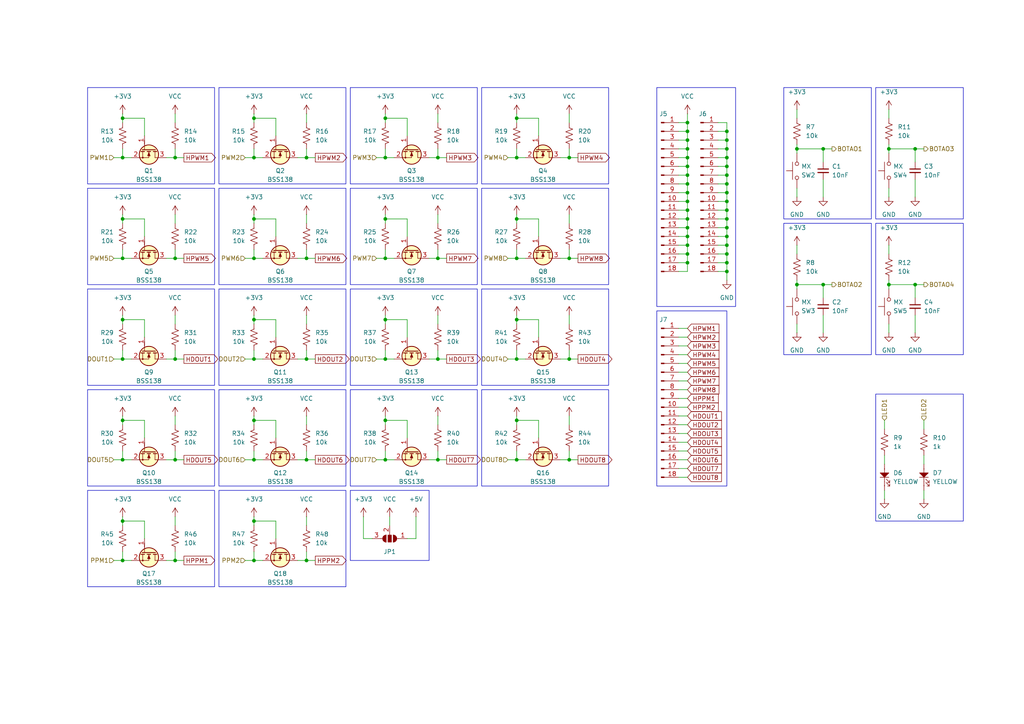
<source format=kicad_sch>
(kicad_sch (version 20231120) (generator "eeschema") (generator_version "8.0")
  (paper "A4")
  (title_block (title "Ideal Everything Controller Receiver - (v1.0)") (date "2024-04-07") (rev "R0"))
  (junction (at 111.76 92.71))
  (junction (at 73.66 92.71))
  (junction (at 199.39 71.12))
  (junction (at 111.76 45.72))
  (junction (at 50.8 104.14))
  (junction (at 127 45.72))
  (junction (at 35.56 104.14))
  (junction (at 199.39 60.96))
  (junction (at 238.76 82.55))
  (junction (at 165.1 133.35))
  (junction (at 199.39 73.66))
  (junction (at 199.39 40.64))
  (junction (at 210.82 58.42))
  (junction (at 149.86 45.72))
  (junction (at 111.76 104.14))
  (junction (at 210.82 40.64))
  (junction (at 35.56 74.93))
  (junction (at 35.56 162.56))
  (junction (at 199.39 66.04))
  (junction (at 73.66 63.5))
  (junction (at 165.1 104.14))
  (junction (at 238.76 43.18))
  (junction (at 210.82 45.72))
  (junction (at 127 104.14))
  (junction (at 231.14 82.55))
  (junction (at 199.39 43.18))
  (junction (at 111.76 34.29))
  (junction (at 73.66 151.13))
  (junction (at 210.82 43.18))
  (junction (at 210.82 53.34))
  (junction (at 199.39 50.8))
  (junction (at 73.66 133.35))
  (junction (at 35.56 63.5))
  (junction (at 199.39 55.88))
  (junction (at 35.56 45.72))
  (junction (at 257.81 82.55))
  (junction (at 210.82 48.26))
  (junction (at 149.86 34.29))
  (junction (at 88.9 162.56))
  (junction (at 231.14 43.18))
  (junction (at 88.9 133.35))
  (junction (at 165.1 74.93))
  (junction (at 88.9 45.72))
  (junction (at 210.82 55.88))
  (junction (at 88.9 104.14))
  (junction (at 35.56 121.92))
  (junction (at 73.66 34.29))
  (junction (at 149.86 74.93))
  (junction (at 50.8 74.93))
  (junction (at 210.82 73.66))
  (junction (at 127 133.35))
  (junction (at 265.43 43.18))
  (junction (at 35.56 133.35))
  (junction (at 149.86 63.5))
  (junction (at 199.39 76.2))
  (junction (at 257.81 43.18))
  (junction (at 111.76 74.93))
  (junction (at 88.9 74.93))
  (junction (at 199.39 58.42))
  (junction (at 210.82 50.8))
  (junction (at 73.66 162.56))
  (junction (at 210.82 78.74))
  (junction (at 199.39 48.26))
  (junction (at 210.82 38.1))
  (junction (at 50.8 133.35))
  (junction (at 35.56 151.13))
  (junction (at 50.8 45.72))
  (junction (at 210.82 71.12))
  (junction (at 210.82 63.5))
  (junction (at 165.1 45.72))
  (junction (at 73.66 104.14))
  (junction (at 111.76 133.35))
  (junction (at 111.76 63.5))
  (junction (at 127 74.93))
  (junction (at 199.39 45.72))
  (junction (at 199.39 38.1))
  (junction (at 199.39 35.56))
  (junction (at 35.56 34.29))
  (junction (at 199.39 53.34))
  (junction (at 73.66 121.92))
  (junction (at 265.43 82.55))
  (junction (at 50.8 162.56))
  (junction (at 149.86 92.71))
  (junction (at 210.82 68.58))
  (junction (at 149.86 104.14))
  (junction (at 73.66 74.93))
  (junction (at 210.82 60.96))
  (junction (at 210.82 76.2))
  (junction (at 149.86 121.92))
  (junction (at 210.82 66.04))
  (junction (at 199.39 63.5))
  (junction (at 149.86 133.35))
  (junction (at 73.66 45.72))
  (junction (at 199.39 68.58))
  (junction (at 111.76 121.92))
  (junction (at 35.56 92.71))
  (wire (pts (xy 265.43 43.18) (xy 265.43 46.99)))
  (wire (pts (xy 231.14 93.98) (xy 231.14 96.52)))
  (wire (pts (xy 41.91 63.5) (xy 35.56 63.5)))
  (wire (pts (xy 199.39 63.5) (xy 199.39 66.04)))
  (wire (pts (xy 111.76 121.92) (xy 111.76 123.19)))
  (wire (pts (xy 35.56 45.72) (xy 38.1 45.72)))
  (wire (pts (xy 127 133.35) (xy 127 130.81)))
  (wire (pts (xy 118.11 121.92) (xy 111.76 121.92)))
  (wire (pts (xy 165.1 74.93) (xy 167.64 74.93)))
  (wire (pts (xy 41.91 151.13) (xy 35.56 151.13)))
  (wire (pts (xy 149.86 34.29) (xy 149.86 35.56)))
  (wire (pts (xy 86.36 74.93) (xy 88.9 74.93)))
  (wire (pts (xy 35.56 130.81) (xy 35.56 133.35)))
  (wire (pts (xy 265.43 82.55) (xy 267.97 82.55)))
  (wire (pts (xy 256.54 142.24) (xy 256.54 144.78)))
  (wire (pts (xy 210.82 40.64) (xy 210.82 38.1)))
  (wire (pts (xy 231.14 71.12) (xy 231.14 73.66)))
  (wire (pts (xy 196.85 133.35) (xy 199.39 133.35)))
  (wire (pts (xy 210.82 53.34) (xy 210.82 50.8)))
  (wire (pts (xy 199.39 68.58) (xy 199.39 71.12)))
  (wire (pts (xy 165.1 62.23) (xy 165.1 64.77)))
  (wire (pts (xy 267.97 121.92) (xy 267.97 124.46)))
  (wire (pts (xy 165.1 45.72) (xy 167.64 45.72)))
  (wire (pts (xy 35.56 151.13) (xy 35.56 152.4)))
  (wire (pts (xy 109.22 45.72) (xy 111.76 45.72)))
  (wire (pts (xy 88.9 104.14) (xy 91.44 104.14)))
  (wire (pts (xy 88.9 62.23) (xy 88.9 64.77)))
  (wire (pts (xy 111.76 43.18) (xy 111.76 45.72)))
  (wire (pts (xy 149.86 63.5) (xy 149.86 64.77)))
  (wire (pts (xy 35.56 43.18) (xy 35.56 45.72)))
  (wire (pts (xy 208.28 60.96) (xy 210.82 60.96)))
  (wire (pts (xy 118.11 63.5) (xy 111.76 63.5)))
  (wire (pts (xy 210.82 66.04) (xy 210.82 68.58)))
  (wire (pts (xy 111.76 62.23) (xy 111.76 63.5)))
  (wire (pts (xy 127 45.72) (xy 127 43.18)))
  (wire (pts (xy 208.28 38.1) (xy 210.82 38.1)))
  (wire (pts (xy 35.56 91.44) (xy 35.56 92.71)))
  (wire (pts (xy 156.21 34.29) (xy 149.86 34.29)))
  (wire (pts (xy 118.11 39.37) (xy 118.11 34.29)))
  (wire (pts (xy 165.1 104.14) (xy 165.1 101.6)))
  (wire (pts (xy 73.66 45.72) (xy 76.2 45.72)))
  (wire (pts (xy 156.21 127) (xy 156.21 121.92)))
  (wire (pts (xy 238.76 82.55) (xy 238.76 86.36)))
  (wire (pts (xy 41.91 127) (xy 41.91 121.92)))
  (wire (pts (xy 88.9 133.35) (xy 88.9 130.81)))
  (wire (pts (xy 162.56 45.72) (xy 165.1 45.72)))
  (wire (pts (xy 50.8 133.35) (xy 50.8 130.81)))
  (wire (pts (xy 196.85 40.64) (xy 199.39 40.64)))
  (wire (pts (xy 238.76 91.44) (xy 238.76 96.52)))
  (wire (pts (xy 257.81 93.98) (xy 257.81 96.52)))
  (wire (pts (xy 50.8 133.35) (xy 53.34 133.35)))
  (wire (pts (xy 208.28 78.74) (xy 210.82 78.74)))
  (wire (pts (xy 257.81 54.61) (xy 257.81 57.15)))
  (wire (pts (xy 127 62.23) (xy 127 64.77)))
  (wire (pts (xy 210.82 38.1) (xy 210.82 35.56)))
  (wire (pts (xy 196.85 43.18) (xy 199.39 43.18)))
  (wire (pts (xy 33.02 104.14) (xy 35.56 104.14)))
  (wire (pts (xy 165.1 74.93) (xy 165.1 72.39)))
  (wire (pts (xy 88.9 104.14) (xy 88.9 101.6)))
  (wire (pts (xy 199.39 60.96) (xy 199.39 63.5)))
  (wire (pts (xy 50.8 149.86) (xy 50.8 152.4)))
  (wire (pts (xy 80.01 156.21) (xy 80.01 151.13)))
  (wire (pts (xy 35.56 101.6) (xy 35.56 104.14)))
  (wire (pts (xy 50.8 33.02) (xy 50.8 35.56)))
  (wire (pts (xy 257.81 82.55) (xy 265.43 82.55)))
  (wire (pts (xy 35.56 162.56) (xy 38.1 162.56)))
  (wire (pts (xy 196.85 50.8) (xy 199.39 50.8)))
  (wire (pts (xy 208.28 43.18) (xy 210.82 43.18)))
  (wire (pts (xy 149.86 101.6) (xy 149.86 104.14)))
  (wire (pts (xy 80.01 127) (xy 80.01 121.92)))
  (wire (pts (xy 210.82 45.72) (xy 210.82 43.18)))
  (wire (pts (xy 231.14 82.55) (xy 231.14 83.82)))
  (wire (pts (xy 127 74.93) (xy 127 72.39)))
  (wire (pts (xy 35.56 149.86) (xy 35.56 151.13)))
  (wire (pts (xy 111.76 120.65) (xy 111.76 121.92)))
  (wire (pts (xy 156.21 39.37) (xy 156.21 34.29)))
  (wire (pts (xy 165.1 104.14) (xy 167.64 104.14)))
  (wire (pts (xy 231.14 31.75) (xy 231.14 34.29)))
  (wire (pts (xy 199.39 55.88) (xy 199.39 58.42)))
  (wire (pts (xy 80.01 63.5) (xy 73.66 63.5)))
  (wire (pts (xy 88.9 133.35) (xy 91.44 133.35)))
  (wire (pts (xy 118.11 97.79) (xy 118.11 92.71)))
  (wire (pts (xy 210.82 35.56) (xy 208.28 35.56)))
  (wire (pts (xy 210.82 55.88) (xy 210.82 53.34)))
  (wire (pts (xy 257.81 31.75) (xy 257.81 34.29)))
  (wire (pts (xy 149.86 33.02) (xy 149.86 34.29)))
  (wire (pts (xy 73.66 33.02) (xy 73.66 34.29)))
  (wire (pts (xy 149.86 104.14) (xy 152.4 104.14)))
  (wire (pts (xy 124.46 133.35) (xy 127 133.35)))
  (wire (pts (xy 149.86 43.18) (xy 149.86 45.72)))
  (wire (pts (xy 50.8 120.65) (xy 50.8 123.19)))
  (wire (pts (xy 73.66 120.65) (xy 73.66 121.92)))
  (wire (pts (xy 162.56 74.93) (xy 165.1 74.93)))
  (wire (pts (xy 149.86 91.44) (xy 149.86 92.71)))
  (wire (pts (xy 113.03 149.86) (xy 113.03 152.4)))
  (wire (pts (xy 73.66 62.23) (xy 73.66 63.5)))
  (wire (pts (xy 257.81 43.18) (xy 265.43 43.18)))
  (wire (pts (xy 149.86 62.23) (xy 149.86 63.5)))
  (wire (pts (xy 41.91 39.37) (xy 41.91 34.29)))
  (wire (pts (xy 111.76 91.44) (xy 111.76 92.71)))
  (wire (pts (xy 147.32 133.35) (xy 149.86 133.35)))
  (wire (pts (xy 41.91 156.21) (xy 41.91 151.13)))
  (wire (pts (xy 196.85 48.26) (xy 199.39 48.26)))
  (wire (pts (xy 73.66 133.35) (xy 76.2 133.35)))
  (wire (pts (xy 88.9 149.86) (xy 88.9 152.4)))
  (wire (pts (xy 111.76 130.81) (xy 111.76 133.35)))
  (wire (pts (xy 109.22 133.35) (xy 111.76 133.35)))
  (wire (pts (xy 48.26 45.72) (xy 50.8 45.72)))
  (wire (pts (xy 199.39 53.34) (xy 199.39 55.88)))
  (wire (pts (xy 199.39 78.74) (xy 196.85 78.74)))
  (wire (pts (xy 118.11 127) (xy 118.11 121.92)))
  (wire (pts (xy 162.56 133.35) (xy 165.1 133.35)))
  (wire (pts (xy 71.12 162.56) (xy 73.66 162.56)))
  (wire (pts (xy 73.66 149.86) (xy 73.66 151.13)))
  (wire (pts (xy 208.28 68.58) (xy 210.82 68.58)))
  (wire (pts (xy 196.85 71.12) (xy 199.39 71.12)))
  (wire (pts (xy 199.39 35.56) (xy 199.39 38.1)))
  (wire (pts (xy 50.8 45.72) (xy 50.8 43.18)))
  (wire (pts (xy 50.8 162.56) (xy 50.8 160.02)))
  (wire (pts (xy 35.56 121.92) (xy 35.56 123.19)))
  (wire (pts (xy 33.02 162.56) (xy 35.56 162.56)))
  (wire (pts (xy 50.8 45.72) (xy 53.34 45.72)))
  (wire (pts (xy 208.28 63.5) (xy 210.82 63.5)))
  (wire (pts (xy 86.36 104.14) (xy 88.9 104.14)))
  (wire (pts (xy 196.85 102.87) (xy 199.39 102.87)))
  (wire (pts (xy 41.91 121.92) (xy 35.56 121.92)))
  (wire (pts (xy 48.26 133.35) (xy 50.8 133.35)))
  (wire (pts (xy 265.43 43.18) (xy 267.97 43.18)))
  (wire (pts (xy 199.39 38.1) (xy 199.39 40.64)))
  (wire (pts (xy 165.1 120.65) (xy 165.1 123.19)))
  (wire (pts (xy 267.97 132.08) (xy 267.97 134.62)))
  (wire (pts (xy 267.97 142.24) (xy 267.97 144.78)))
  (wire (pts (xy 196.85 53.34) (xy 199.39 53.34)))
  (wire (pts (xy 86.36 133.35) (xy 88.9 133.35)))
  (wire (pts (xy 165.1 33.02) (xy 165.1 35.56)))
  (wire (pts (xy 199.39 48.26) (xy 199.39 50.8)))
  (wire (pts (xy 127 120.65) (xy 127 123.19)))
  (wire (pts (xy 238.76 43.18) (xy 241.3 43.18)))
  (wire (pts (xy 88.9 74.93) (xy 88.9 72.39)))
  (wire (pts (xy 196.85 110.49) (xy 199.39 110.49)))
  (wire (pts (xy 35.56 160.02) (xy 35.56 162.56)))
  (wire (pts (xy 196.85 95.25) (xy 199.39 95.25)))
  (wire (pts (xy 265.43 82.55) (xy 265.43 86.36)))
  (wire (pts (xy 265.43 91.44) (xy 265.43 96.52)))
  (wire (pts (xy 210.82 78.74) (xy 210.82 81.28)))
  (wire (pts (xy 124.46 45.72) (xy 127 45.72)))
  (wire (pts (xy 196.85 66.04) (xy 199.39 66.04)))
  (wire (pts (xy 50.8 74.93) (xy 53.34 74.93)))
  (wire (pts (xy 111.76 34.29) (xy 111.76 35.56)))
  (wire (pts (xy 257.81 81.28) (xy 257.81 82.55)))
  (wire (pts (xy 111.76 133.35) (xy 114.3 133.35)))
  (wire (pts (xy 238.76 43.18) (xy 238.76 46.99)))
  (wire (pts (xy 162.56 104.14) (xy 165.1 104.14)))
  (wire (pts (xy 33.02 45.72) (xy 35.56 45.72)))
  (wire (pts (xy 111.76 74.93) (xy 114.3 74.93)))
  (wire (pts (xy 73.66 74.93) (xy 76.2 74.93)))
  (wire (pts (xy 127 133.35) (xy 129.54 133.35)))
  (wire (pts (xy 196.85 107.95) (xy 199.39 107.95)))
  (wire (pts (xy 210.82 58.42) (xy 210.82 60.96)))
  (wire (pts (xy 231.14 81.28) (xy 231.14 82.55)))
  (wire (pts (xy 35.56 104.14) (xy 38.1 104.14)))
  (wire (pts (xy 196.85 55.88) (xy 199.39 55.88)))
  (wire (pts (xy 210.82 63.5) (xy 210.82 66.04)))
  (wire (pts (xy 156.21 121.92) (xy 149.86 121.92)))
  (wire (pts (xy 147.32 104.14) (xy 149.86 104.14)))
  (wire (pts (xy 149.86 92.71) (xy 149.86 93.98)))
  (wire (pts (xy 71.12 133.35) (xy 73.66 133.35)))
  (wire (pts (xy 231.14 41.91) (xy 231.14 43.18)))
  (wire (pts (xy 199.39 40.64) (xy 199.39 43.18)))
  (wire (pts (xy 111.76 101.6) (xy 111.76 104.14)))
  (wire (pts (xy 196.85 120.65) (xy 199.39 120.65)))
  (wire (pts (xy 210.82 76.2) (xy 210.82 78.74)))
  (wire (pts (xy 196.85 125.73) (xy 199.39 125.73)))
  (wire (pts (xy 73.66 92.71) (xy 73.66 93.98)))
  (wire (pts (xy 80.01 92.71) (xy 73.66 92.71)))
  (wire (pts (xy 210.82 73.66) (xy 210.82 76.2)))
  (wire (pts (xy 73.66 34.29) (xy 73.66 35.56)))
  (wire (pts (xy 111.76 92.71) (xy 111.76 93.98)))
  (wire (pts (xy 199.39 33.02) (xy 199.39 35.56)))
  (wire (pts (xy 80.01 34.29) (xy 73.66 34.29)))
  (wire (pts (xy 80.01 121.92) (xy 73.66 121.92)))
  (wire (pts (xy 257.81 43.18) (xy 257.81 44.45)))
  (wire (pts (xy 149.86 121.92) (xy 149.86 123.19)))
  (wire (pts (xy 80.01 39.37) (xy 80.01 34.29)))
  (wire (pts (xy 147.32 45.72) (xy 149.86 45.72)))
  (wire (pts (xy 50.8 104.14) (xy 53.34 104.14)))
  (wire (pts (xy 231.14 43.18) (xy 231.14 44.45)))
  (wire (pts (xy 196.85 128.27) (xy 199.39 128.27)))
  (wire (pts (xy 199.39 58.42) (xy 199.39 60.96)))
  (wire (pts (xy 127 91.44) (xy 127 93.98)))
  (wire (pts (xy 41.91 97.79) (xy 41.91 92.71)))
  (wire (pts (xy 73.66 91.44) (xy 73.66 92.71)))
  (wire (pts (xy 73.66 104.14) (xy 76.2 104.14)))
  (wire (pts (xy 88.9 74.93) (xy 91.44 74.93)))
  (wire (pts (xy 208.28 48.26) (xy 210.82 48.26)))
  (wire (pts (xy 73.66 63.5) (xy 73.66 64.77)))
  (wire (pts (xy 73.66 130.81) (xy 73.66 133.35)))
  (wire (pts (xy 257.81 82.55) (xy 257.81 83.82)))
  (wire (pts (xy 73.66 101.6) (xy 73.66 104.14)))
  (wire (pts (xy 35.56 62.23) (xy 35.56 63.5)))
  (wire (pts (xy 199.39 66.04) (xy 199.39 68.58)))
  (wire (pts (xy 257.81 41.91) (xy 257.81 43.18)))
  (wire (pts (xy 196.85 45.72) (xy 199.39 45.72)))
  (wire (pts (xy 88.9 120.65) (xy 88.9 123.19)))
  (wire (pts (xy 210.82 71.12) (xy 210.82 73.66)))
  (wire (pts (xy 35.56 74.93) (xy 38.1 74.93)))
  (wire (pts (xy 156.21 63.5) (xy 149.86 63.5)))
  (wire (pts (xy 35.56 133.35) (xy 38.1 133.35)))
  (wire (pts (xy 208.28 45.72) (xy 210.82 45.72)))
  (wire (pts (xy 208.28 71.12) (xy 210.82 71.12)))
  (wire (pts (xy 156.21 92.71) (xy 149.86 92.71)))
  (wire (pts (xy 50.8 104.14) (xy 50.8 101.6)))
  (wire (pts (xy 35.56 72.39) (xy 35.56 74.93)))
  (wire (pts (xy 88.9 91.44) (xy 88.9 93.98)))
  (wire (pts (xy 196.85 97.79) (xy 199.39 97.79)))
  (wire (pts (xy 196.85 38.1) (xy 199.39 38.1)))
  (wire (pts (xy 86.36 162.56) (xy 88.9 162.56)))
  (wire (pts (xy 196.85 115.57) (xy 199.39 115.57)))
  (wire (pts (xy 208.28 76.2) (xy 210.82 76.2)))
  (wire (pts (xy 149.86 72.39) (xy 149.86 74.93)))
  (wire (pts (xy 88.9 162.56) (xy 91.44 162.56)))
  (wire (pts (xy 127 45.72) (xy 129.54 45.72)))
  (wire (pts (xy 149.86 45.72) (xy 152.4 45.72)))
  (wire (pts (xy 48.26 74.93) (xy 50.8 74.93)))
  (wire (pts (xy 73.66 43.18) (xy 73.66 45.72)))
  (wire (pts (xy 50.8 162.56) (xy 53.34 162.56)))
  (wire (pts (xy 156.21 68.58) (xy 156.21 63.5)))
  (wire (pts (xy 118.11 156.21) (xy 120.65 156.21)))
  (wire (pts (xy 196.85 123.19) (xy 199.39 123.19)))
  (wire (pts (xy 196.85 73.66) (xy 199.39 73.66)))
  (wire (pts (xy 73.66 72.39) (xy 73.66 74.93)))
  (wire (pts (xy 196.85 130.81) (xy 199.39 130.81)))
  (wire (pts (xy 196.85 135.89) (xy 199.39 135.89)))
  (wire (pts (xy 48.26 104.14) (xy 50.8 104.14)))
  (wire (pts (xy 231.14 43.18) (xy 238.76 43.18)))
  (wire (pts (xy 199.39 73.66) (xy 199.39 76.2)))
  (wire (pts (xy 35.56 34.29) (xy 35.56 35.56)))
  (wire (pts (xy 120.65 156.21) (xy 120.65 149.86)))
  (wire (pts (xy 71.12 74.93) (xy 73.66 74.93)))
  (wire (pts (xy 196.85 63.5) (xy 199.39 63.5)))
  (wire (pts (xy 73.66 160.02) (xy 73.66 162.56)))
  (wire (pts (xy 210.82 68.58) (xy 210.82 71.12)))
  (wire (pts (xy 88.9 162.56) (xy 88.9 160.02)))
  (wire (pts (xy 196.85 35.56) (xy 199.39 35.56)))
  (wire (pts (xy 33.02 133.35) (xy 35.56 133.35)))
  (wire (pts (xy 35.56 63.5) (xy 35.56 64.77)))
  (wire (pts (xy 105.41 149.86) (xy 105.41 156.21)))
  (wire (pts (xy 109.22 104.14) (xy 111.76 104.14)))
  (wire (pts (xy 41.91 92.71) (xy 35.56 92.71)))
  (wire (pts (xy 118.11 92.71) (xy 111.76 92.71)))
  (wire (pts (xy 196.85 58.42) (xy 199.39 58.42)))
  (wire (pts (xy 208.28 53.34) (xy 210.82 53.34)))
  (wire (pts (xy 41.91 34.29) (xy 35.56 34.29)))
  (wire (pts (xy 127 104.14) (xy 129.54 104.14)))
  (wire (pts (xy 196.85 68.58) (xy 199.39 68.58)))
  (wire (pts (xy 208.28 55.88) (xy 210.82 55.88)))
  (wire (pts (xy 80.01 151.13) (xy 73.66 151.13)))
  (wire (pts (xy 238.76 52.07) (xy 238.76 57.15)))
  (wire (pts (xy 73.66 162.56) (xy 76.2 162.56)))
  (wire (pts (xy 50.8 74.93) (xy 50.8 72.39)))
  (wire (pts (xy 196.85 113.03) (xy 199.39 113.03)))
  (wire (pts (xy 50.8 91.44) (xy 50.8 93.98)))
  (wire (pts (xy 127 33.02) (xy 127 35.56)))
  (wire (pts (xy 86.36 45.72) (xy 88.9 45.72)))
  (wire (pts (xy 80.01 68.58) (xy 80.01 63.5)))
  (wire (pts (xy 147.32 74.93) (xy 149.86 74.93)))
  (wire (pts (xy 127 104.14) (xy 127 101.6)))
  (wire (pts (xy 88.9 33.02) (xy 88.9 35.56)))
  (wire (pts (xy 165.1 133.35) (xy 167.64 133.35)))
  (wire (pts (xy 210.82 50.8) (xy 210.82 48.26)))
  (wire (pts (xy 50.8 62.23) (xy 50.8 64.77)))
  (wire (pts (xy 199.39 43.18) (xy 199.39 45.72)))
  (wire (pts (xy 149.86 120.65) (xy 149.86 121.92)))
  (wire (pts (xy 238.76 82.55) (xy 241.3 82.55)))
  (wire (pts (xy 71.12 104.14) (xy 73.66 104.14)))
  (wire (pts (xy 199.39 45.72) (xy 199.39 48.26)))
  (wire (pts (xy 231.14 82.55) (xy 238.76 82.55)))
  (wire (pts (xy 124.46 74.93) (xy 127 74.93)))
  (wire (pts (xy 196.85 105.41) (xy 199.39 105.41)))
  (wire (pts (xy 208.28 58.42) (xy 210.82 58.42)))
  (wire (pts (xy 208.28 66.04) (xy 210.82 66.04)))
  (wire (pts (xy 210.82 43.18) (xy 210.82 40.64)))
  (wire (pts (xy 73.66 151.13) (xy 73.66 152.4)))
  (wire (pts (xy 48.26 162.56) (xy 50.8 162.56)))
  (wire (pts (xy 35.56 33.02) (xy 35.56 34.29)))
  (wire (pts (xy 208.28 40.64) (xy 210.82 40.64)))
  (wire (pts (xy 149.86 74.93) (xy 152.4 74.93)))
  (wire (pts (xy 35.56 120.65) (xy 35.56 121.92)))
  (wire (pts (xy 118.11 68.58) (xy 118.11 63.5)))
  (wire (pts (xy 256.54 132.08) (xy 256.54 134.62)))
  (wire (pts (xy 210.82 58.42) (xy 210.82 55.88)))
  (wire (pts (xy 196.85 100.33) (xy 199.39 100.33)))
  (wire (pts (xy 196.85 118.11) (xy 199.39 118.11)))
  (wire (pts (xy 196.85 60.96) (xy 199.39 60.96)))
  (wire (pts (xy 33.02 74.93) (xy 35.56 74.93)))
  (wire (pts (xy 111.76 72.39) (xy 111.76 74.93)))
  (wire (pts (xy 165.1 133.35) (xy 165.1 130.81)))
  (wire (pts (xy 111.76 45.72) (xy 114.3 45.72)))
  (wire (pts (xy 41.91 68.58) (xy 41.91 63.5)))
  (wire (pts (xy 210.82 60.96) (xy 210.82 63.5)))
  (wire (pts (xy 80.01 97.79) (xy 80.01 92.71)))
  (wire (pts (xy 111.76 104.14) (xy 114.3 104.14)))
  (wire (pts (xy 265.43 52.07) (xy 265.43 57.15)))
  (wire (pts (xy 199.39 71.12) (xy 199.39 73.66)))
  (wire (pts (xy 88.9 45.72) (xy 88.9 43.18)))
  (wire (pts (xy 231.14 54.61) (xy 231.14 57.15)))
  (wire (pts (xy 71.12 45.72) (xy 73.66 45.72)))
  (wire (pts (xy 127 74.93) (xy 129.54 74.93)))
  (wire (pts (xy 105.41 156.21) (xy 107.95 156.21)))
  (wire (pts (xy 257.81 71.12) (xy 257.81 73.66)))
  (wire (pts (xy 196.85 76.2) (xy 199.39 76.2)))
  (wire (pts (xy 88.9 45.72) (xy 91.44 45.72)))
  (wire (pts (xy 149.86 130.81) (xy 149.86 133.35)))
  (wire (pts (xy 208.28 50.8) (xy 210.82 50.8)))
  (wire (pts (xy 208.28 73.66) (xy 210.82 73.66)))
  (wire (pts (xy 210.82 48.26) (xy 210.82 45.72)))
  (wire (pts (xy 256.54 121.92) (xy 256.54 124.46)))
  (wire (pts (xy 156.21 97.79) (xy 156.21 92.71)))
  (wire (pts (xy 35.56 92.71) (xy 35.56 93.98)))
  (wire (pts (xy 199.39 76.2) (xy 199.39 78.74)))
  (wire (pts (xy 149.86 133.35) (xy 152.4 133.35)))
  (wire (pts (xy 165.1 91.44) (xy 165.1 93.98)))
  (wire (pts (xy 165.1 45.72) (xy 165.1 43.18)))
  (wire (pts (xy 111.76 63.5) (xy 111.76 64.77)))
  (wire (pts (xy 199.39 50.8) (xy 199.39 53.34)))
  (wire (pts (xy 109.22 74.93) (xy 111.76 74.93)))
  (wire (pts (xy 196.85 138.43) (xy 199.39 138.43)))
  (wire (pts (xy 73.66 121.92) (xy 73.66 123.19)))
  (wire (pts (xy 124.46 104.14) (xy 127 104.14)))
  (wire (pts (xy 111.76 33.02) (xy 111.76 34.29)))
  (wire (pts (xy 118.11 34.29) (xy 111.76 34.29)))
  (rectangle (start 101.6 54.61) (end 138.43 82.55))
  (rectangle (start 227.33 64.77) (end 252.73 102.87))
  (rectangle (start 254 64.77) (end 279.4 102.87))
  (rectangle (start 63.5 83.82) (end 100.33 111.76))
  (rectangle (start 101.6 25.4) (end 138.43 53.34))
  (rectangle (start 139.7 54.61) (end 176.53 82.55))
  (rectangle (start 101.6 142.24) (end 124.46 162.56))
  (rectangle (start 101.6 83.82) (end 138.43 111.76))
  (rectangle (start 63.5 113.03) (end 100.33 140.97))
  (rectangle (start 139.7 113.03) (end 176.53 140.97))
  (rectangle (start 227.33 25.4) (end 252.73 63.5))
  (rectangle (start 139.7 25.4) (end 176.53 53.34))
  (rectangle (start 190.5 25.4) (end 213.36 88.9))
  (rectangle (start 254 25.4) (end 279.4 63.5))
  (rectangle (start 25.4 113.03) (end 62.23 140.97))
  (rectangle (start 254 114.3) (end 279.4 151.13))
  (rectangle (start 25.4 83.82) (end 62.23 111.76))
  (rectangle (start 63.5 25.4) (end 100.33 53.34))
  (rectangle (start 25.4 25.4) (end 62.23 53.34))
  (rectangle (start 139.7 83.82) (end 176.53 111.76))
  (rectangle (start 63.5 54.61) (end 100.33 82.55))
  (rectangle (start 190.5 90.17) (end 210.82 140.97))
  (rectangle (start 25.4 54.61) (end 62.23 82.55))
  (rectangle (start 101.6 113.03) (end 138.43 140.97))
  (rectangle (start 63.5 142.24) (end 100.33 170.18))
  (rectangle (start 25.4 142.24) (end 62.23 170.18))
  (global_label "HDOUT5" (shape input) (at 199.39 130.81 0) (property "Intersheetrefs" "${INTERSHEET_REFS}" (effects (hide yes))))
  (global_label "HDOUT3" (shape input) (at 199.39 125.73 0) (property "Intersheetrefs" "${INTERSHEET_REFS}" (effects (hide yes))))
  (global_label "HDOUT2" (shape input) (at 199.39 123.19 0) (property "Intersheetrefs" "${INTERSHEET_REFS}" (effects (hide yes))))
  (global_label "HDOUT4" (shape input) (at 199.39 128.27 0) (property "Intersheetrefs" "${INTERSHEET_REFS}" (effects (hide yes))))
  (global_label "HPWM1" (shape output) (at 53.34 45.72 0) (property "Intersheetrefs" "${INTERSHEET_REFS}" (effects (hide yes))))
  (global_label "HPWM6" (shape input) (at 199.39 107.95 0) (property "Intersheetrefs" "${INTERSHEET_REFS}" (effects (hide yes))))
  (global_label "HPWM5" (shape output) (at 53.34 74.93 0) (property "Intersheetrefs" "${INTERSHEET_REFS}" (effects (hide yes))))
  (global_label "HPWM2" (shape input) (at 199.39 97.79 0) (property "Intersheetrefs" "${INTERSHEET_REFS}" (effects (hide yes))))
  (global_label "HDOUT8" (shape input) (at 199.39 138.43 0) (property "Intersheetrefs" "${INTERSHEET_REFS}" (effects (hide yes))))
  (global_label "HDOUT7" (shape output) (at 129.54 133.35 0) (property "Intersheetrefs" "${INTERSHEET_REFS}" (effects (hide yes))))
  (global_label "HPPM1" (shape input) (at 199.39 115.57 0) (property "Intersheetrefs" "${INTERSHEET_REFS}" (effects (hide yes))))
  (global_label "HPWM3" (shape output) (at 129.54 45.72 0) (property "Intersheetrefs" "${INTERSHEET_REFS}" (effects (hide yes))))
  (global_label "HDOUT5" (shape output) (at 53.34 133.35 0) (property "Intersheetrefs" "${INTERSHEET_REFS}" (effects (hide yes))))
  (global_label "HPPM2" (shape input) (at 199.39 118.11 0) (property "Intersheetrefs" "${INTERSHEET_REFS}" (effects (hide yes))))
  (global_label "HDOUT1" (shape input) (at 199.39 120.65 0) (property "Intersheetrefs" "${INTERSHEET_REFS}" (effects (hide yes))))
  (global_label "HDOUT1" (shape output) (at 53.34 104.14 0) (property "Intersheetrefs" "${INTERSHEET_REFS}" (effects (hide yes))))
  (global_label "HDOUT3" (shape output) (at 129.54 104.14 0) (property "Intersheetrefs" "${INTERSHEET_REFS}" (effects (hide yes))))
  (global_label "HPWM7" (shape output) (at 129.54 74.93 0) (property "Intersheetrefs" "${INTERSHEET_REFS}" (effects (hide yes))))
  (global_label "HDOUT2" (shape output) (at 91.44 104.14 0) (property "Intersheetrefs" "${INTERSHEET_REFS}" (effects (hide yes))))
  (global_label "HDOUT8" (shape output) (at 167.64 133.35 0) (property "Intersheetrefs" "${INTERSHEET_REFS}" (effects (hide yes))))
  (global_label "HDOUT6" (shape output) (at 91.44 133.35 0) (property "Intersheetrefs" "${INTERSHEET_REFS}" (effects (hide yes))))
  (global_label "HDOUT4" (shape output) (at 167.64 104.14 0) (property "Intersheetrefs" "${INTERSHEET_REFS}" (effects (hide yes))))
  (global_label "HPWM6" (shape output) (at 91.44 74.93 0) (property "Intersheetrefs" "${INTERSHEET_REFS}" (effects (hide yes))))
  (global_label "HPWM7" (shape input) (at 199.39 110.49 0) (property "Intersheetrefs" "${INTERSHEET_REFS}" (effects (hide yes))))
  (global_label "HPWM1" (shape input) (at 199.39 95.25 0) (property "Intersheetrefs" "${INTERSHEET_REFS}" (effects (hide yes))))
  (global_label "HDOUT7" (shape input) (at 199.39 135.89 0) (property "Intersheetrefs" "${INTERSHEET_REFS}" (effects (hide yes))))
  (global_label "HPWM4" (shape output) (at 167.64 45.72 0) (property "Intersheetrefs" "${INTERSHEET_REFS}" (effects (hide yes))))
  (global_label "HPWM8" (shape input) (at 199.39 113.03 0) (property "Intersheetrefs" "${INTERSHEET_REFS}" (effects (hide yes))))
  (global_label "HPWM8" (shape output) (at 167.64 74.93 0) (property "Intersheetrefs" "${INTERSHEET_REFS}" (effects (hide yes))))
  (global_label "HDOUT6" (shape input) (at 199.39 133.35 0) (property "Intersheetrefs" "${INTERSHEET_REFS}" (effects (hide yes))))
  (global_label "HPWM3" (shape input) (at 199.39 100.33 0) (property "Intersheetrefs" "${INTERSHEET_REFS}" (effects (hide yes))))
  (global_label "HPPM1" (shape output) (at 53.34 162.56 0) (property "Intersheetrefs" "${INTERSHEET_REFS}" (effects (hide yes))))
  (global_label "HPPM2" (shape output) (at 91.44 162.56 0) (property "Intersheetrefs" "${INTERSHEET_REFS}" (effects (hide yes))))
  (global_label "HPWM5" (shape input) (at 199.39 105.41 0) (property "Intersheetrefs" "${INTERSHEET_REFS}" (effects (hide yes))))
  (global_label "HPWM4" (shape input) (at 199.39 102.87 0) (property "Intersheetrefs" "${INTERSHEET_REFS}" (effects (hide yes))))
  (global_label "HPWM2" (shape output) (at 91.44 45.72 0) (property "Intersheetrefs" "${INTERSHEET_REFS}" (effects (hide yes))))
  (hierarchical_label "DOUT1" (shape input) (at 33.02 104.14 180))
  (hierarchical_label "PWM7" (shape input) (at 109.22 74.93 180))
  (hierarchical_label "PWM8" (shape input) (at 147.32 74.93 180))
  (hierarchical_label "PWM6" (shape input) (at 71.12 74.93 180))
  (hierarchical_label "LED1" (shape input) (at 256.54 121.92 90))
  (hierarchical_label "DOUT8" (shape input) (at 147.32 133.35 180))
  (hierarchical_label "BOTAO3" (shape output) (at 267.97 43.18 0))
  (hierarchical_label "DOUT2" (shape input) (at 71.12 104.14 180))
  (hierarchical_label "DOUT6" (shape input) (at 71.12 133.35 180))
  (hierarchical_label "PWM3" (shape input) (at 109.22 45.72 180))
  (hierarchical_label "BOTAO4" (shape output) (at 267.97 82.55 0))
  (hierarchical_label "PWM5" (shape input) (at 33.02 74.93 180))
  (hierarchical_label "PWM1" (shape input) (at 33.02 45.72 180))
  (hierarchical_label "DOUT4" (shape input) (at 147.32 104.14 180))
  (hierarchical_label "BOTAO1" (shape output) (at 241.3 43.18 0))
  (hierarchical_label "PPM1" (shape input) (at 33.02 162.56 180))
  (hierarchical_label "PWM2" (shape input) (at 71.12 45.72 180))
  (hierarchical_label "DOUT3" (shape input) (at 109.22 104.14 180))
  (hierarchical_label "DOUT7" (shape input) (at 109.22 133.35 180))
  (hierarchical_label "DOUT5" (shape input) (at 33.02 133.35 180))
  (hierarchical_label "LED2" (shape input) (at 267.97 121.92 90))
  (hierarchical_label "BOTAO2" (shape output) (at 241.3 82.55 0))
  (hierarchical_label "PWM4" (shape input) (at 147.32 45.72 180))
  (hierarchical_label "PPM2" (shape input) (at 71.12 162.56 180))
  (symbol (lib_id "Device:R_US") (at 111.76 68.58 0) (mirror y) (unit 1)
    (property "Reference" "R25" (at 109.22 67.3099 0) (effects (justify left)))
    (property "Value" "10k" (at 109.22 69.8499 0) (effects (justify left)))
    (property "Footprint" "Resistor_SMD:R_0805_2012Metric" (effects (hide yes)))
    (property "Description" "Resistor, US symbol" (effects (hide yes)))
  )
  (symbol (lib_id "Device:R_US") (at 111.76 127 0) (mirror y) (unit 1)
    (property "Reference" "R38" (at 109.22 125.7299 0) (effects (justify left)))
    (property "Value" "10k" (at 109.22 128.2699 0) (effects (justify left)))
    (property "Footprint" "Resistor_SMD:R_0805_2012Metric" (effects (hide yes)))
    (property "Description" "Resistor, US symbol" (effects (hide yes)))
  )
  (symbol (lib_id "Device:R_US") (at 88.9 68.58 0) (unit 1)
    (property "Reference" "R24" (at 91.44 67.3099 0) (effects (justify left)))
    (property "Value" "10k" (at 91.44 69.8499 0) (effects (justify left)))
    (property "Footprint" "Resistor_SMD:R_0805_2012Metric" (effects (hide yes)))
    (property "Description" "Resistor, US symbol" (effects (hide yes)))
  )
  (symbol (lib_id "power:GND") (at 265.43 57.15 0) (unit 1)
    (property "Reference" "#PWR013" (effects (hide yes)))
    (property "Value" "GND" (at 265.43 62.23 0))
    (property "Description" "Power symbol creates a global label with name \"GND\" , ground" (effects (hide yes)))
  )
  (symbol (lib_id "Device:R_US") (at 165.1 97.79 0) (unit 1)
    (property "Reference" "R43" (at 167.64 96.5199 0) (effects (justify left)))
    (property "Value" "10k" (at 167.64 99.0599 0) (effects (justify left)))
    (property "Footprint" "Resistor_SMD:R_0805_2012Metric" (effects (hide yes)))
    (property "Description" "Resistor, US symbol" (effects (hide yes)))
  )
  (symbol (lib_id "power:+3V3") (at 111.76 33.02 0) (unit 1)
    (property "Reference" "#PWR064" (effects (hide yes)))
    (property "Value" "+3V3" (at 111.76 27.94 0))
    (property "Description" "Power symbol creates a global label with name \"+3V3\"" (effects (hide yes)))
  )
  (symbol (lib_id "power:GND") (at 238.76 57.15 0) (unit 1)
    (property "Reference" "#PWR05" (effects (hide yes)))
    (property "Value" "GND" (at 238.76 62.23 0))
    (property "Description" "Power symbol creates a global label with name \"GND\" , ground" (effects (hide yes)))
  )
  (symbol (lib_id "power:GND") (at 231.14 57.15 0) (unit 1)
    (property "Reference" "#PWR02" (effects (hide yes)))
    (property "Value" "GND" (at 231.14 62.23 0))
    (property "Description" "Power symbol creates a global label with name \"GND\" , ground" (effects (hide yes)))
  )
  (symbol (lib_id "PCM_Transistor_MOSFET_AKL:BSS138") (at 81.28 130.81 270) (unit 1)
    (property "Reference" "Q12" (at 81.28 137.16 90))
    (property "Value" "BSS138" (at 81.28 139.7 90))
    (property "Footprint" "Package_TO_SOT_SMD:SOT-23" (effects (hide yes)))
    (property "Datasheet" "https://www.tme.eu/Document/2b32cdd3c66afedbcd628e73d93ae817/BSS138-7-F.pdf" (effects (hide yes)))
    (property "Description" "SOT-23 N-MOSFET enchancement mode transistor, 50V, 200mA, 300mW, Alternate KiCAD Library" (effects (hide yes)))
  )
  (symbol (lib_id "Device:R_US") (at 35.56 97.79 0) (mirror y) (unit 1)
    (property "Reference" "R29" (at 33.02 96.5199 0) (effects (justify left)))
    (property "Value" "10k" (at 33.02 99.0599 0) (effects (justify left)))
    (property "Footprint" "Resistor_SMD:R_0805_2012Metric" (effects (hide yes)))
    (property "Description" "Resistor, US symbol" (effects (hide yes)))
  )
  (symbol (lib_id "Device:C_Small") (at 265.43 49.53 0) (unit 1)
    (property "Reference" "C3" (at 267.97 48.2662 0) (effects (justify left)))
    (property "Value" "10nF" (at 267.97 50.8062 0) (effects (justify left)))
    (property "Footprint" "Capacitor_SMD:C_0805_2012Metric" (effects (hide yes)))
    (property "Description" "Unpolarized capacitor, small symbol" (effects (hide yes)))
  )
  (symbol (lib_id "Device:R_US") (at 165.1 127 0) (unit 1)
    (property "Reference" "R44" (at 167.64 125.7299 0) (effects (justify left)))
    (property "Value" "10k" (at 167.64 128.2699 0) (effects (justify left)))
    (property "Footprint" "Resistor_SMD:R_0805_2012Metric" (effects (hide yes)))
    (property "Description" "Resistor, US symbol" (effects (hide yes)))
  )
  (symbol (lib_id "PCM_Transistor_MOSFET_AKL:BSS138") (at 43.18 130.81 270) (unit 1)
    (property "Reference" "Q10" (at 43.18 137.16 90))
    (property "Value" "BSS138" (at 43.18 139.7 90))
    (property "Footprint" "Package_TO_SOT_SMD:SOT-23" (effects (hide yes)))
    (property "Datasheet" "https://www.tme.eu/Document/2b32cdd3c66afedbcd628e73d93ae817/BSS138-7-F.pdf" (effects (hide yes)))
    (property "Description" "SOT-23 N-MOSFET enchancement mode transistor, 50V, 200mA, 300mW, Alternate KiCAD Library" (effects (hide yes)))
  )
  (symbol (lib_id "Device:R_US") (at 267.97 128.27 0) (unit 1)
    (property "Reference" "R10" (at 270.51 126.9999 0) (effects (justify left)))
    (property "Value" "1k" (at 270.51 129.5399 0) (effects (justify left)))
    (property "Footprint" "Resistor_SMD:R_0805_2012Metric" (effects (hide yes)))
    (property "Description" "Resistor, US symbol" (effects (hide yes)))
  )
  (symbol (lib_id "Device:R_US") (at 149.86 127 0) (mirror y) (unit 1)
    (property "Reference" "R42" (at 147.32 125.7299 0) (effects (justify left)))
    (property "Value" "10k" (at 147.32 128.2699 0) (effects (justify left)))
    (property "Footprint" "Resistor_SMD:R_0805_2012Metric" (effects (hide yes)))
    (property "Description" "Resistor, US symbol" (effects (hide yes)))
  )
  (symbol (lib_id "Device:R_US") (at 111.76 39.37 0) (mirror y) (unit 1)
    (property "Reference" "R17" (at 109.22 38.0999 0) (effects (justify left)))
    (property "Value" "10k" (at 109.22 40.6399 0) (effects (justify left)))
    (property "Footprint" "Resistor_SMD:R_0805_2012Metric" (effects (hide yes)))
    (property "Description" "Resistor, US symbol" (effects (hide yes)))
  )
  (symbol (lib_id "PCM_Transistor_MOSFET_AKL:BSS138") (at 157.48 130.81 270) (unit 1)
    (property "Reference" "Q16" (at 157.48 137.16 90))
    (property "Value" "BSS138" (at 157.48 139.7 90))
    (property "Footprint" "Package_TO_SOT_SMD:SOT-23" (effects (hide yes)))
    (property "Datasheet" "https://www.tme.eu/Document/2b32cdd3c66afedbcd628e73d93ae817/BSS138-7-F.pdf" (effects (hide yes)))
    (property "Description" "SOT-23 N-MOSFET enchancement mode transistor, 50V, 200mA, 300mW, Alternate KiCAD Library" (effects (hide yes)))
  )
  (symbol (lib_id "PCM_Transistor_MOSFET_AKL:BSS138") (at 157.48 43.18 270) (unit 1)
    (property "Reference" "Q4" (at 157.48 49.53 90))
    (property "Value" "BSS138" (at 157.48 52.07 90))
    (property "Footprint" "Package_TO_SOT_SMD:SOT-23" (effects (hide yes)))
    (property "Datasheet" "https://www.tme.eu/Document/2b32cdd3c66afedbcd628e73d93ae817/BSS138-7-F.pdf" (effects (hide yes)))
    (property "Description" "SOT-23 N-MOSFET enchancement mode transistor, 50V, 200mA, 300mW, Alternate KiCAD Library" (effects (hide yes)))
  )
  (symbol (lib_id "Switch:SW_Push") (at 231.14 49.53 90) (mirror x) (unit 1)
    (property "Reference" "SW2" (at 232.41 50.8001 90) (effects (justify right)))
    (property "Value" "MX" (at 232.41 48.2601 90) (effects (justify right)))
    (property "Footprint" "PCM_Switch_Keyboard_Cherry_MX:SW_Cherry_MX_PCB_1.00u" (effects (hide yes)))
    (property "Description" "Push button switch, generic, two pins" (effects (hide yes)))
  )
  (symbol (lib_id "PCM_Transistor_MOSFET_AKL:BSS138") (at 119.38 101.6 270) (unit 1)
    (property "Reference" "Q13" (at 119.38 107.95 90))
    (property "Value" "BSS138" (at 119.38 110.49 90))
    (property "Footprint" "Package_TO_SOT_SMD:SOT-23" (effects (hide yes)))
    (property "Datasheet" "https://www.tme.eu/Document/2b32cdd3c66afedbcd628e73d93ae817/BSS138-7-F.pdf" (effects (hide yes)))
    (property "Description" "SOT-23 N-MOSFET enchancement mode transistor, 50V, 200mA, 300mW, Alternate KiCAD Library" (effects (hide yes)))
  )
  (symbol (lib_id "Connector:Conn_01x18_Pin") (at 191.77 55.88 0) (unit 1)
    (property "Reference" "J5" (at 192.405 33.02 0))
    (property "Value" "Conn_01x18_Pin" (effects (hide yes)))
    (property "Footprint" "Connector_PinHeader_2.54mm:PinHeader_1x18_P2.54mm_Vertical" (effects (hide yes)))
    (property "Description" "Generic connector, single row, 01x18, script generated" (effects (hide yes)))
  )
  (symbol (lib_id "power:+3V3") (at 35.56 120.65 0) (unit 1)
    (property "Reference" "#PWR077" (effects (hide yes)))
    (property "Value" "+3V3" (at 35.56 115.57 0))
    (property "Description" "Power symbol creates a global label with name \"+3V3\"" (effects (hide yes)))
  )
  (symbol (lib_id "Device:R_US") (at 50.8 39.37 0) (unit 1)
    (property "Reference" "R14" (at 53.34 38.0999 0) (effects (justify left)))
    (property "Value" "10k" (at 53.34 40.6399 0) (effects (justify left)))
    (property "Footprint" "Resistor_SMD:R_0805_2012Metric" (effects (hide yes)))
    (property "Description" "Resistor, US symbol" (effects (hide yes)))
  )
  (symbol (lib_id "Device:R_US") (at 73.66 127 0) (mirror y) (unit 1)
    (property "Reference" "R34" (at 71.12 125.7299 0) (effects (justify left)))
    (property "Value" "10k" (at 71.12 128.2699 0) (effects (justify left)))
    (property "Footprint" "Resistor_SMD:R_0805_2012Metric" (effects (hide yes)))
    (property "Description" "Resistor, US symbol" (effects (hide yes)))
  )
  (symbol (lib_id "PCM_Transistor_MOSFET_AKL:BSS138") (at 81.28 72.39 270) (unit 1)
    (property "Reference" "Q6" (at 81.28 78.74 90))
    (property "Value" "BSS138" (at 81.28 81.28 90))
    (property "Footprint" "Package_TO_SOT_SMD:SOT-23" (effects (hide yes)))
    (property "Datasheet" "https://www.tme.eu/Document/2b32cdd3c66afedbcd628e73d93ae817/BSS138-7-F.pdf" (effects (hide yes)))
    (property "Description" "SOT-23 N-MOSFET enchancement mode transistor, 50V, 200mA, 300mW, Alternate KiCAD Library" (effects (hide yes)))
  )
  (symbol (lib_id "power:VCC") (at 127 33.02 0) (unit 1)
    (property "Reference" "#PWR065" (effects (hide yes)))
    (property "Value" "VCC" (at 127 27.94 0))
    (property "Description" "Power symbol creates a global label with name \"VCC\"" (effects (hide yes)))
  )
  (symbol (lib_id "Device:R_US") (at 127 97.79 0) (unit 1)
    (property "Reference" "R39" (at 129.54 96.5199 0) (effects (justify left)))
    (property "Value" "10k" (at 129.54 99.0599 0) (effects (justify left)))
    (property "Footprint" "Resistor_SMD:R_0805_2012Metric" (effects (hide yes)))
    (property "Description" "Resistor, US symbol" (effects (hide yes)))
  )
  (symbol (lib_id "power:GND") (at 231.14 96.52 0) (unit 1)
    (property "Reference" "#PWR04" (effects (hide yes)))
    (property "Value" "GND" (at 231.14 101.6 0))
    (property "Description" "Power symbol creates a global label with name \"GND\" , ground" (effects (hide yes)))
  )
  (symbol (lib_id "Device:R_US") (at 149.86 97.79 0) (mirror y) (unit 1)
    (property "Reference" "R41" (at 147.32 96.5199 0) (effects (justify left)))
    (property "Value" "10k" (at 147.32 99.0599 0) (effects (justify left)))
    (property "Footprint" "Resistor_SMD:R_0805_2012Metric" (effects (hide yes)))
    (property "Description" "Resistor, US symbol" (effects (hide yes)))
  )
  (symbol (lib_id "power:VCC") (at 50.8 33.02 0) (unit 1)
    (property "Reference" "#PWR060" (effects (hide yes)))
    (property "Value" "VCC" (at 50.8 27.94 0))
    (property "Description" "Power symbol creates a global label with name \"VCC\"" (effects (hide yes)))
  )
  (symbol (lib_id "PCM_Transistor_MOSFET_AKL:BSS138") (at 157.48 101.6 270) (unit 1)
    (property "Reference" "Q15" (at 157.48 107.95 90))
    (property "Value" "BSS138" (at 157.48 110.49 90))
    (property "Footprint" "Package_TO_SOT_SMD:SOT-23" (effects (hide yes)))
    (property "Datasheet" "https://www.tme.eu/Document/2b32cdd3c66afedbcd628e73d93ae817/BSS138-7-F.pdf" (effects (hide yes)))
    (property "Description" "SOT-23 N-MOSFET enchancement mode transistor, 50V, 200mA, 300mW, Alternate KiCAD Library" (effects (hide yes)))
  )
  (symbol (lib_id "power:+3V3") (at 231.14 31.75 0) (unit 1)
    (property "Reference" "#PWR01" (effects (hide yes)))
    (property "Value" "+3V3" (at 231.14 26.67 0))
    (property "Description" "Power symbol creates a global label with name \"+3V3\"" (effects (hide yes)))
  )
  (symbol (lib_id "Device:R_US") (at 165.1 68.58 0) (unit 1)
    (property "Reference" "R28" (at 167.64 67.3099 0) (effects (justify left)))
    (property "Value" "10k" (at 167.64 69.8499 0) (effects (justify left)))
    (property "Footprint" "Resistor_SMD:R_0805_2012Metric" (effects (hide yes)))
    (property "Description" "Resistor, US symbol" (effects (hide yes)))
  )
  (symbol (lib_id "power:GND") (at 265.43 96.52 0) (unit 1)
    (property "Reference" "#PWR014" (effects (hide yes)))
    (property "Value" "GND" (at 265.43 101.6 0))
    (property "Description" "Power symbol creates a global label with name \"GND\" , ground" (effects (hide yes)))
  )
  (symbol (lib_id "power:VCC") (at 165.1 62.23 0) (unit 1)
    (property "Reference" "#PWR075" (effects (hide yes)))
    (property "Value" "VCC" (at 165.1 57.15 0))
    (property "Description" "Power symbol creates a global label with name \"VCC\"" (effects (hide yes)))
  )
  (symbol (lib_id "Device:R_US") (at 73.66 39.37 0) (mirror y) (unit 1)
    (property "Reference" "R15" (at 71.12 38.0999 0) (effects (justify left)))
    (property "Value" "10k" (at 71.12 40.6399 0) (effects (justify left)))
    (property "Footprint" "Resistor_SMD:R_0805_2012Metric" (effects (hide yes)))
    (property "Description" "Resistor, US symbol" (effects (hide yes)))
  )
  (symbol (lib_id "power:VCC") (at 88.9 62.23 0) (unit 1)
    (property "Reference" "#PWR071" (effects (hide yes)))
    (property "Value" "VCC" (at 88.9 57.15 0))
    (property "Description" "Power symbol creates a global label with name \"VCC\"" (effects (hide yes)))
  )
  (symbol (lib_id "Device:R_US") (at 35.56 156.21 0) (mirror y) (unit 1)
    (property "Reference" "R45" (at 33.02 154.9399 0) (effects (justify left)))
    (property "Value" "10k" (at 33.02 157.4799 0) (effects (justify left)))
    (property "Footprint" "Resistor_SMD:R_0805_2012Metric" (effects (hide yes)))
    (property "Description" "Resistor, US symbol" (effects (hide yes)))
  )
  (symbol (lib_id "power:+3V3") (at 257.81 71.12 0) (unit 1)
    (property "Reference" "#PWR011" (effects (hide yes)))
    (property "Value" "+3V3" (at 257.81 66.04 0))
    (property "Description" "Power symbol creates a global label with name \"+3V3\"" (effects (hide yes)))
  )
  (symbol (lib_id "power:VCC") (at 165.1 91.44 0) (unit 1)
    (property "Reference" "#PWR090" (effects (hide yes)))
    (property "Value" "VCC" (at 165.1 86.36 0))
    (property "Description" "Power symbol creates a global label with name \"VCC\"" (effects (hide yes)))
  )
  (symbol (lib_id "Device:C_Small") (at 238.76 49.53 0) (unit 1)
    (property "Reference" "C1" (at 241.3 48.2662 0) (effects (justify left)))
    (property "Value" "10nF" (at 241.3 50.8062 0) (effects (justify left)))
    (property "Footprint" "Capacitor_SMD:C_0805_2012Metric" (effects (hide yes)))
    (property "Description" "Unpolarized capacitor, small symbol" (effects (hide yes)))
  )
  (symbol (lib_id "power:+3V3") (at 149.86 91.44 0) (unit 1)
    (property "Reference" "#PWR088" (effects (hide yes)))
    (property "Value" "+3V3" (at 149.86 86.36 0))
    (property "Description" "Power symbol creates a global label with name \"+3V3\"" (effects (hide yes)))
  )
  (symbol (lib_id "Device:C_Small") (at 238.76 88.9 0) (unit 1)
    (property "Reference" "C2" (at 241.3 87.6362 0) (effects (justify left)))
    (property "Value" "10nF" (at 241.3 90.1762 0) (effects (justify left)))
    (property "Footprint" "Capacitor_SMD:C_0805_2012Metric" (effects (hide yes)))
    (property "Description" "Unpolarized capacitor, small symbol" (effects (hide yes)))
  )
  (symbol (lib_id "power:VCC") (at 127 120.65 0) (unit 1)
    (property "Reference" "#PWR087" (effects (hide yes)))
    (property "Value" "VCC" (at 127 115.57 0))
    (property "Description" "Power symbol creates a global label with name \"VCC\"" (effects (hide yes)))
  )
  (symbol (lib_id "power:VCC") (at 88.9 91.44 0) (unit 1)
    (property "Reference" "#PWR082" (effects (hide yes)))
    (property "Value" "VCC" (at 88.9 86.36 0))
    (property "Description" "Power symbol creates a global label with name \"VCC\"" (effects (hide yes)))
  )
  (symbol (lib_id "power:VCC") (at 88.9 120.65 0) (unit 1)
    (property "Reference" "#PWR083" (effects (hide yes)))
    (property "Value" "VCC" (at 88.9 115.57 0))
    (property "Description" "Power symbol creates a global label with name \"VCC\"" (effects (hide yes)))
  )
  (symbol (lib_id "Device:R_US") (at 73.66 156.21 0) (mirror y) (unit 1)
    (property "Reference" "R47" (at 71.12 154.9399 0) (effects (justify left)))
    (property "Value" "10k" (at 71.12 157.4799 0) (effects (justify left)))
    (property "Footprint" "Resistor_SMD:R_0805_2012Metric" (effects (hide yes)))
    (property "Description" "Resistor, US symbol" (effects (hide yes)))
  )
  (symbol (lib_id "PCM_Transistor_MOSFET_AKL:BSS138") (at 81.28 43.18 270) (unit 1)
    (property "Reference" "Q2" (at 81.28 49.53 90))
    (property "Value" "BSS138" (at 81.28 52.07 90))
    (property "Footprint" "Package_TO_SOT_SMD:SOT-23" (effects (hide yes)))
    (property "Datasheet" "https://www.tme.eu/Document/2b32cdd3c66afedbcd628e73d93ae817/BSS138-7-F.pdf" (effects (hide yes)))
    (property "Description" "SOT-23 N-MOSFET enchancement mode transistor, 50V, 200mA, 300mW, Alternate KiCAD Library" (effects (hide yes)))
  )
  (symbol (lib_id "Device:R_US") (at 149.86 68.58 0) (mirror y) (unit 1)
    (property "Reference" "R27" (at 147.32 67.3099 0) (effects (justify left)))
    (property "Value" "10k" (at 147.32 69.8499 0) (effects (justify left)))
    (property "Footprint" "Resistor_SMD:R_0805_2012Metric" (effects (hide yes)))
    (property "Description" "Resistor, US symbol" (effects (hide yes)))
  )
  (symbol (lib_id "power:VCC") (at 199.39 33.02 0) (unit 1)
    (property "Reference" "#PWR096" (effects (hide yes)))
    (property "Value" "VCC" (at 199.39 27.94 0))
    (property "Description" "Power symbol creates a global label with name \"VCC\"" (effects (hide yes)))
  )
  (symbol (lib_id "power:+3V3") (at 149.86 33.02 0) (unit 1)
    (property "Reference" "#PWR066" (effects (hide yes)))
    (property "Value" "+3V3" (at 149.86 27.94 0))
    (property "Description" "Power symbol creates a global label with name \"+3V3\"" (effects (hide yes)))
  )
  (symbol (lib_id "Device:C_Small") (at 265.43 88.9 0) (unit 1)
    (property "Reference" "C4" (at 267.97 87.6362 0) (effects (justify left)))
    (property "Value" "10nF" (at 267.97 90.1762 0) (effects (justify left)))
    (property "Footprint" "Capacitor_SMD:C_0805_2012Metric" (effects (hide yes)))
    (property "Description" "Unpolarized capacitor, small symbol" (effects (hide yes)))
  )
  (symbol (lib_id "Device:R_US") (at 231.14 77.47 0) (unit 1)
    (property "Reference" "R8" (at 233.68 76.1999 0) (effects (justify left)))
    (property "Value" "10k" (at 233.68 78.7399 0) (effects (justify left)))
    (property "Footprint" "Resistor_SMD:R_0805_2012Metric" (effects (hide yes)))
    (property "Description" "Resistor, US symbol" (effects (hide yes)))
  )
  (symbol (lib_id "Device:R_US") (at 231.14 38.1 0) (unit 1)
    (property "Reference" "R7" (at 233.68 36.8299 0) (effects (justify left)))
    (property "Value" "10k" (at 233.68 39.3699 0) (effects (justify left)))
    (property "Footprint" "Resistor_SMD:R_0805_2012Metric" (effects (hide yes)))
    (property "Description" "Resistor, US symbol" (effects (hide yes)))
  )
  (symbol (lib_id "power:VCC") (at 127 62.23 0) (unit 1)
    (property "Reference" "#PWR073" (effects (hide yes)))
    (property "Value" "VCC" (at 127 57.15 0))
    (property "Description" "Power symbol creates a global label with name \"VCC\"" (effects (hide yes)))
  )
  (symbol (lib_id "PCM_SL_Devices:LED") (at 267.97 138.43 270) (unit 1)
    (property "Reference" "D7" (at 270.51 137.1599 90) (effects (justify left)))
    (property "Value" "YELLOW" (at 270.51 139.6999 90) (effects (justify left)))
    (property "Footprint" "LED_SMD:LED_0805_2012Metric" (effects (hide yes)))
    (property "Description" "Common 5mm diameter LED" (effects (hide yes)))
  )
  (symbol (lib_id "power:+3V3") (at 257.81 31.75 0) (unit 1)
    (property "Reference" "#PWR09" (effects (hide yes)))
    (property "Value" "+3V3" (at 257.81 26.67 0))
    (property "Description" "Power symbol creates a global label with name \"+3V3\"" (effects (hide yes)))
  )
  (symbol (lib_id "power:GND") (at 267.97 144.78 0) (unit 1)
    (property "Reference" "#PWR08" (effects (hide yes)))
    (property "Value" "GND" (at 267.97 149.86 0))
    (property "Description" "Power symbol creates a global label with name \"GND\" , ground" (effects (hide yes)))
  )
  (symbol (lib_id "Device:R_US") (at 88.9 39.37 0) (unit 1)
    (property "Reference" "R16" (at 91.44 38.0999 0) (effects (justify left)))
    (property "Value" "10k" (at 91.44 40.6399 0) (effects (justify left)))
    (property "Footprint" "Resistor_SMD:R_0805_2012Metric" (effects (hide yes)))
    (property "Description" "Resistor, US symbol" (effects (hide yes)))
  )
  (symbol (lib_id "power:+3V3") (at 35.56 62.23 0) (unit 1)
    (property "Reference" "#PWR068" (effects (hide yes)))
    (property "Value" "+3V3" (at 35.56 57.15 0))
    (property "Description" "Power symbol creates a global label with name \"+3V3\"" (effects (hide yes)))
  )
  (symbol (lib_id "power:+3V3") (at 105.41 149.86 0) (unit 1)
    (property "Reference" "#PWR099" (effects (hide yes)))
    (property "Value" "+3V3" (at 105.41 144.78 0))
    (property "Description" "Power symbol creates a global label with name \"+3V3\"" (effects (hide yes)))
  )
  (symbol (lib_id "PCM_Transistor_MOSFET_AKL:BSS138") (at 119.38 43.18 270) (unit 1)
    (property "Reference" "Q3" (at 119.38 49.53 90))
    (property "Value" "BSS138" (at 119.38 52.07 90))
    (property "Footprint" "Package_TO_SOT_SMD:SOT-23" (effects (hide yes)))
    (property "Datasheet" "https://www.tme.eu/Document/2b32cdd3c66afedbcd628e73d93ae817/BSS138-7-F.pdf" (effects (hide yes)))
    (property "Description" "SOT-23 N-MOSFET enchancement mode transistor, 50V, 200mA, 300mW, Alternate KiCAD Library" (effects (hide yes)))
  )
  (symbol (lib_id "power:+3V3") (at 73.66 33.02 0) (unit 1)
    (property "Reference" "#PWR062" (effects (hide yes)))
    (property "Value" "+3V3" (at 73.66 27.94 0))
    (property "Description" "Power symbol creates a global label with name \"+3V3\"" (effects (hide yes)))
  )
  (symbol (lib_id "Device:R_US") (at 256.54 128.27 0) (unit 1)
    (property "Reference" "R9" (at 259.08 126.9999 0) (effects (justify left)))
    (property "Value" "1k" (at 259.08 129.5399 0) (effects (justify left)))
    (property "Footprint" "Resistor_SMD:R_0805_2012Metric" (effects (hide yes)))
    (property "Description" "Resistor, US symbol" (effects (hide yes)))
  )
  (symbol (lib_id "Device:R_US") (at 127 127 0) (unit 1)
    (property "Reference" "R40" (at 129.54 125.7299 0) (effects (justify left)))
    (property "Value" "10k" (at 129.54 128.2699 0) (effects (justify left)))
    (property "Footprint" "Resistor_SMD:R_0805_2012Metric" (effects (hide yes)))
    (property "Description" "Resistor, US symbol" (effects (hide yes)))
  )
  (symbol (lib_id "power:+3V3") (at 73.66 62.23 0) (unit 1)
    (property "Reference" "#PWR070" (effects (hide yes)))
    (property "Value" "+3V3" (at 73.66 57.15 0))
    (property "Description" "Power symbol creates a global label with name \"+3V3\"" (effects (hide yes)))
  )
  (symbol (lib_id "power:+5V") (at 120.65 149.86 0) (unit 1)
    (property "Reference" "#PWR0100" (effects (hide yes)))
    (property "Value" "+5V" (at 120.65 144.78 0))
    (property "Description" "Power symbol creates a global label with name \"+5V\"" (effects (hide yes)))
  )
  (symbol (lib_id "power:+3V3") (at 111.76 120.65 0) (unit 1)
    (property "Reference" "#PWR085" (effects (hide yes)))
    (property "Value" "+3V3" (at 111.76 115.57 0))
    (property "Description" "Power symbol creates a global label with name \"+3V3\"" (effects (hide yes)))
  )
  (symbol (lib_id "Switch:SW_Push") (at 257.81 49.53 90) (mirror x) (unit 1)
    (property "Reference" "SW4" (at 259.08 50.8001 90) (effects (justify right)))
    (property "Value" "MX" (at 259.08 48.2601 90) (effects (justify right)))
    (property "Footprint" "PCM_Switch_Keyboard_Cherry_MX:SW_Cherry_MX_PCB_1.00u" (effects (hide yes)))
    (property "Description" "Push button switch, generic, two pins" (effects (hide yes)))
  )
  (symbol (lib_id "Jumper:SolderJumper_3_Open") (at 113.03 156.21 180) (unit 1) (exclude_from_sim yes) (in_bom no)
    (property "Reference" "JP1" (at 113.03 160.02 0))
    (property "Value" "SolderJumper_3_Open" (effects (hide yes)))
    (property "Footprint" "Jumper:SolderJumper-3_P1.3mm_Open_RoundedPad1.0x1.5mm" (effects (hide yes)))
    (property "Description" "Solder Jumper, 3-pole, open" (effects (hide yes)))
  )
  (symbol (lib_id "Device:R_US") (at 257.81 38.1 0) (unit 1)
    (property "Reference" "R11" (at 260.35 36.8299 0) (effects (justify left)))
    (property "Value" "10k" (at 260.35 39.3699 0) (effects (justify left)))
    (property "Footprint" "Resistor_SMD:R_0805_2012Metric" (effects (hide yes)))
    (property "Description" "Resistor, US symbol" (effects (hide yes)))
  )
  (symbol (lib_id "power:+3V3") (at 73.66 91.44 0) (unit 1)
    (property "Reference" "#PWR080" (effects (hide yes)))
    (property "Value" "+3V3" (at 73.66 86.36 0))
    (property "Description" "Power symbol creates a global label with name \"+3V3\"" (effects (hide yes)))
  )
  (symbol (lib_id "PCM_Transistor_MOSFET_AKL:BSS138") (at 43.18 72.39 270) (unit 1)
    (property "Reference" "Q5" (at 43.18 78.74 90))
    (property "Value" "BSS138" (at 43.18 81.28 90))
    (property "Footprint" "Package_TO_SOT_SMD:SOT-23" (effects (hide yes)))
    (property "Datasheet" "https://www.tme.eu/Document/2b32cdd3c66afedbcd628e73d93ae817/BSS138-7-F.pdf" (effects (hide yes)))
    (property "Description" "SOT-23 N-MOSFET enchancement mode transistor, 50V, 200mA, 300mW, Alternate KiCAD Library" (effects (hide yes)))
  )
  (symbol (lib_id "power:+3V3") (at 111.76 91.44 0) (unit 1)
    (property "Reference" "#PWR084" (effects (hide yes)))
    (property "Value" "+3V3" (at 111.76 86.36 0))
    (property "Description" "Power symbol creates a global label with name \"+3V3\"" (effects (hide yes)))
  )
  (symbol (lib_id "power:VCC") (at 50.8 120.65 0) (unit 1)
    (property "Reference" "#PWR079" (effects (hide yes)))
    (property "Value" "VCC" (at 50.8 115.57 0))
    (property "Description" "Power symbol creates a global label with name \"VCC\"" (effects (hide yes)))
  )
  (symbol (lib_id "Device:R_US") (at 50.8 127 0) (unit 1)
    (property "Reference" "R32" (at 53.34 125.7299 0) (effects (justify left)))
    (property "Value" "10k" (at 53.34 128.2699 0) (effects (justify left)))
    (property "Footprint" "Resistor_SMD:R_0805_2012Metric" (effects (hide yes)))
    (property "Description" "Resistor, US symbol" (effects (hide yes)))
  )
  (symbol (lib_id "Device:R_US") (at 127 68.58 0) (unit 1)
    (property "Reference" "R26" (at 129.54 67.3099 0) (effects (justify left)))
    (property "Value" "10k" (at 129.54 69.8499 0) (effects (justify left)))
    (property "Footprint" "Resistor_SMD:R_0805_2012Metric" (effects (hide yes)))
    (property "Description" "Resistor, US symbol" (effects (hide yes)))
  )
  (symbol (lib_id "PCM_Transistor_MOSFET_AKL:BSS138") (at 43.18 160.02 270) (unit 1)
    (property "Reference" "Q17" (at 43.18 166.37 90))
    (property "Value" "BSS138" (at 43.18 168.91 90))
    (property "Footprint" "Package_TO_SOT_SMD:SOT-23" (effects (hide yes)))
    (property "Datasheet" "https://www.tme.eu/Document/2b32cdd3c66afedbcd628e73d93ae817/BSS138-7-F.pdf" (effects (hide yes)))
    (property "Description" "SOT-23 N-MOSFET enchancement mode transistor, 50V, 200mA, 300mW, Alternate KiCAD Library" (effects (hide yes)))
  )
  (symbol (lib_id "power:GND") (at 210.82 81.28 0) (unit 1)
    (property "Reference" "#PWR097" (effects (hide yes)))
    (property "Value" "GND" (at 210.82 86.36 0))
    (property "Description" "Power symbol creates a global label with name \"GND\" , ground" (effects (hide yes)))
  )
  (symbol (lib_id "Device:R_US") (at 88.9 97.79 0) (unit 1)
    (property "Reference" "R35" (at 91.44 96.5199 0) (effects (justify left)))
    (property "Value" "10k" (at 91.44 99.0599 0) (effects (justify left)))
    (property "Footprint" "Resistor_SMD:R_0805_2012Metric" (effects (hide yes)))
    (property "Description" "Resistor, US symbol" (effects (hide yes)))
  )
  (symbol (lib_id "Device:R_US") (at 73.66 97.79 0) (mirror y) (unit 1)
    (property "Reference" "R33" (at 71.12 96.5199 0) (effects (justify left)))
    (property "Value" "10k" (at 71.12 99.0599 0) (effects (justify left)))
    (property "Footprint" "Resistor_SMD:R_0805_2012Metric" (effects (hide yes)))
    (property "Description" "Resistor, US symbol" (effects (hide yes)))
  )
  (symbol (lib_id "power:+3V3") (at 35.56 149.86 0) (unit 1)
    (property "Reference" "#PWR092" (effects (hide yes)))
    (property "Value" "+3V3" (at 35.56 144.78 0))
    (property "Description" "Power symbol creates a global label with name \"+3V3\"" (effects (hide yes)))
  )
  (symbol (lib_id "power:VCC") (at 165.1 120.65 0) (unit 1)
    (property "Reference" "#PWR091" (effects (hide yes)))
    (property "Value" "VCC" (at 165.1 115.57 0))
    (property "Description" "Power symbol creates a global label with name \"VCC\"" (effects (hide yes)))
  )
  (symbol (lib_id "power:+3V3") (at 73.66 120.65 0) (unit 1)
    (property "Reference" "#PWR081" (effects (hide yes)))
    (property "Value" "+3V3" (at 73.66 115.57 0))
    (property "Description" "Power symbol creates a global label with name \"+3V3\"" (effects (hide yes)))
  )
  (symbol (lib_id "power:+3V3") (at 149.86 62.23 0) (unit 1)
    (property "Reference" "#PWR074" (effects (hide yes)))
    (property "Value" "+3V3" (at 149.86 57.15 0))
    (property "Description" "Power symbol creates a global label with name \"+3V3\"" (effects (hide yes)))
  )
  (symbol (lib_id "PCM_Transistor_MOSFET_AKL:BSS138") (at 81.28 160.02 270) (unit 1)
    (property "Reference" "Q18" (at 81.28 166.37 90))
    (property "Value" "BSS138" (at 81.28 168.91 90))
    (property "Footprint" "Package_TO_SOT_SMD:SOT-23" (effects (hide yes)))
    (property "Datasheet" "https://www.tme.eu/Document/2b32cdd3c66afedbcd628e73d93ae817/BSS138-7-F.pdf" (effects (hide yes)))
    (property "Description" "SOT-23 N-MOSFET enchancement mode transistor, 50V, 200mA, 300mW, Alternate KiCAD Library" (effects (hide yes)))
  )
  (symbol (lib_id "Device:R_US") (at 35.56 68.58 0) (mirror y) (unit 1)
    (property "Reference" "R21" (at 33.02 67.3099 0) (effects (justify left)))
    (property "Value" "10k" (at 33.02 69.8499 0) (effects (justify left)))
    (property "Footprint" "Resistor_SMD:R_0805_2012Metric" (effects (hide yes)))
    (property "Description" "Resistor, US symbol" (effects (hide yes)))
  )
  (symbol (lib_id "power:GND") (at 257.81 96.52 0) (unit 1)
    (property "Reference" "#PWR012" (effects (hide yes)))
    (property "Value" "GND" (at 257.81 101.6 0))
    (property "Description" "Power symbol creates a global label with name \"GND\" , ground" (effects (hide yes)))
  )
  (symbol (lib_id "power:VCC") (at 50.8 91.44 0) (unit 1)
    (property "Reference" "#PWR078" (effects (hide yes)))
    (property "Value" "VCC" (at 50.8 86.36 0))
    (property "Description" "Power symbol creates a global label with name \"VCC\"" (effects (hide yes)))
  )
  (symbol (lib_id "power:GND") (at 238.76 96.52 0) (unit 1)
    (property "Reference" "#PWR06" (effects (hide yes)))
    (property "Value" "GND" (at 238.76 101.6 0))
    (property "Description" "Power symbol creates a global label with name \"GND\" , ground" (effects (hide yes)))
  )
  (symbol (lib_id "power:VCC") (at 113.03 149.86 0) (unit 1)
    (property "Reference" "#PWR098" (effects (hide yes)))
    (property "Value" "VCC" (at 113.03 144.78 0))
    (property "Description" "Power symbol creates a global label with name \"VCC\"" (effects (hide yes)))
  )
  (symbol (lib_id "power:VCC") (at 50.8 149.86 0) (unit 1)
    (property "Reference" "#PWR093" (effects (hide yes)))
    (property "Value" "VCC" (at 50.8 144.78 0))
    (property "Description" "Power symbol creates a global label with name \"VCC\"" (effects (hide yes)))
  )
  (symbol (lib_id "Device:R_US") (at 165.1 39.37 0) (unit 1)
    (property "Reference" "R20" (at 167.64 38.0999 0) (effects (justify left)))
    (property "Value" "10k" (at 167.64 40.6399 0) (effects (justify left)))
    (property "Footprint" "Resistor_SMD:R_0805_2012Metric" (effects (hide yes)))
    (property "Description" "Resistor, US symbol" (effects (hide yes)))
  )
  (symbol (lib_id "power:VCC") (at 165.1 33.02 0) (unit 1)
    (property "Reference" "#PWR067" (effects (hide yes)))
    (property "Value" "VCC" (at 165.1 27.94 0))
    (property "Description" "Power symbol creates a global label with name \"VCC\"" (effects (hide yes)))
  )
  (symbol (lib_id "PCM_Transistor_MOSFET_AKL:BSS138") (at 119.38 130.81 270) (unit 1)
    (property "Reference" "Q14" (at 119.38 137.16 90))
    (property "Value" "BSS138" (at 119.38 139.7 90))
    (property "Footprint" "Package_TO_SOT_SMD:SOT-23" (effects (hide yes)))
    (property "Datasheet" "https://www.tme.eu/Document/2b32cdd3c66afedbcd628e73d93ae817/BSS138-7-F.pdf" (effects (hide yes)))
    (property "Description" "SOT-23 N-MOSFET enchancement mode transistor, 50V, 200mA, 300mW, Alternate KiCAD Library" (effects (hide yes)))
  )
  (symbol (lib_id "PCM_Transistor_MOSFET_AKL:BSS138") (at 43.18 43.18 270) (unit 1)
    (property "Reference" "Q1" (at 43.18 49.53 90))
    (property "Value" "BSS138" (at 43.18 52.07 90))
    (property "Footprint" "Package_TO_SOT_SMD:SOT-23" (effects (hide yes)))
    (property "Datasheet" "https://www.tme.eu/Document/2b32cdd3c66afedbcd628e73d93ae817/BSS138-7-F.pdf" (effects (hide yes)))
    (property "Description" "SOT-23 N-MOSFET enchancement mode transistor, 50V, 200mA, 300mW, Alternate KiCAD Library" (effects (hide yes)))
  )
  (symbol (lib_id "power:VCC") (at 88.9 33.02 0) (unit 1)
    (property "Reference" "#PWR063" (effects (hide yes)))
    (property "Value" "VCC" (at 88.9 27.94 0))
    (property "Description" "Power symbol creates a global label with name \"VCC\"" (effects (hide yes)))
  )
  (symbol (lib_id "Device:R_US") (at 88.9 156.21 0) (unit 1)
    (property "Reference" "R48" (at 91.44 154.9399 0) (effects (justify left)))
    (property "Value" "10k" (at 91.44 157.4799 0) (effects (justify left)))
    (property "Footprint" "Resistor_SMD:R_0805_2012Metric" (effects (hide yes)))
    (property "Description" "Resistor, US symbol" (effects (hide yes)))
  )
  (symbol (lib_id "power:VCC") (at 127 91.44 0) (unit 1)
    (property "Reference" "#PWR086" (effects (hide yes)))
    (property "Value" "VCC" (at 127 86.36 0))
    (property "Description" "Power symbol creates a global label with name \"VCC\"" (effects (hide yes)))
  )
  (symbol (lib_id "power:GND") (at 256.54 144.78 0) (unit 1)
    (property "Reference" "#PWR07" (effects (hide yes)))
    (property "Value" "GND" (at 256.54 149.86 0))
    (property "Description" "Power symbol creates a global label with name \"GND\" , ground" (effects (hide yes)))
  )
  (symbol (lib_id "power:+3V3") (at 111.76 62.23 0) (unit 1)
    (property "Reference" "#PWR072" (effects (hide yes)))
    (property "Value" "+3V3" (at 111.76 57.15 0))
    (property "Description" "Power symbol creates a global label with name \"+3V3\"" (effects (hide yes)))
  )
  (symbol (lib_id "power:+3V3") (at 149.86 120.65 0) (unit 1)
    (property "Reference" "#PWR089" (effects (hide yes)))
    (property "Value" "+3V3" (at 149.86 115.57 0))
    (property "Description" "Power symbol creates a global label with name \"+3V3\"" (effects (hide yes)))
  )
  (symbol (lib_id "PCM_Transistor_MOSFET_AKL:BSS138") (at 157.48 72.39 270) (unit 1)
    (property "Reference" "Q8" (at 157.48 78.74 90))
    (property "Value" "BSS138" (at 157.48 81.28 90))
    (property "Footprint" "Package_TO_SOT_SMD:SOT-23" (effects (hide yes)))
    (property "Datasheet" "https://www.tme.eu/Document/2b32cdd3c66afedbcd628e73d93ae817/BSS138-7-F.pdf" (effects (hide yes)))
    (property "Description" "SOT-23 N-MOSFET enchancement mode transistor, 50V, 200mA, 300mW, Alternate KiCAD Library" (effects (hide yes)))
  )
  (symbol (lib_id "Device:R_US") (at 50.8 156.21 0) (unit 1)
    (property "Reference" "R46" (at 53.34 154.9399 0) (effects (justify left)))
    (property "Value" "10k" (at 53.34 157.4799 0) (effects (justify left)))
    (property "Footprint" "Resistor_SMD:R_0805_2012Metric" (effects (hide yes)))
    (property "Description" "Resistor, US symbol" (effects (hide yes)))
  )
  (symbol (lib_id "Device:R_US") (at 127 39.37 0) (unit 1)
    (property "Reference" "R18" (at 129.54 38.0999 0) (effects (justify left)))
    (property "Value" "10k" (at 129.54 40.6399 0) (effects (justify left)))
    (property "Footprint" "Resistor_SMD:R_0805_2012Metric" (effects (hide yes)))
    (property "Description" "Resistor, US symbol" (effects (hide yes)))
  )
  (symbol (lib_id "power:+3V3") (at 231.14 71.12 0) (unit 1)
    (property "Reference" "#PWR03" (effects (hide yes)))
    (property "Value" "+3V3" (at 231.14 66.04 0))
    (property "Description" "Power symbol creates a global label with name \"+3V3\"" (effects (hide yes)))
  )
  (symbol (lib_id "Device:R_US") (at 149.86 39.37 0) (mirror y) (unit 1)
    (property "Reference" "R19" (at 147.32 38.0999 0) (effects (justify left)))
    (property "Value" "10k" (at 147.32 40.6399 0) (effects (justify left)))
    (property "Footprint" "Resistor_SMD:R_0805_2012Metric" (effects (hide yes)))
    (property "Description" "Resistor, US symbol" (effects (hide yes)))
  )
  (symbol (lib_id "Switch:SW_Push") (at 257.81 88.9 90) (mirror x) (unit 1)
    (property "Reference" "SW5" (at 259.08 90.1701 90) (effects (justify right)))
    (property "Value" "MX" (at 259.08 87.6301 90) (effects (justify right)))
    (property "Footprint" "PCM_Switch_Keyboard_Cherry_MX:SW_Cherry_MX_PCB_1.00u" (effects (hide yes)))
    (property "Description" "Push button switch, generic, two pins" (effects (hide yes)))
  )
  (symbol (lib_id "PCM_Transistor_MOSFET_AKL:BSS138") (at 119.38 72.39 270) (unit 1)
    (property "Reference" "Q7" (at 119.38 78.74 90))
    (property "Value" "BSS138" (at 119.38 81.28 90))
    (property "Footprint" "Package_TO_SOT_SMD:SOT-23" (effects (hide yes)))
    (property "Datasheet" "https://www.tme.eu/Document/2b32cdd3c66afedbcd628e73d93ae817/BSS138-7-F.pdf" (effects (hide yes)))
    (property "Description" "SOT-23 N-MOSFET enchancement mode transistor, 50V, 200mA, 300mW, Alternate KiCAD Library" (effects (hide yes)))
  )
  (symbol (lib_id "Device:R_US") (at 35.56 127 0) (mirror y) (unit 1)
    (property "Reference" "R30" (at 33.02 125.7299 0) (effects (justify left)))
    (property "Value" "10k" (at 33.02 128.2699 0) (effects (justify left)))
    (property "Footprint" "Resistor_SMD:R_0805_2012Metric" (effects (hide yes)))
    (property "Description" "Resistor, US symbol" (effects (hide yes)))
  )
  (symbol (lib_id "Device:R_US") (at 50.8 68.58 0) (unit 1)
    (property "Reference" "R22" (at 53.34 67.3099 0) (effects (justify left)))
    (property "Value" "10k" (at 53.34 69.8499 0) (effects (justify left)))
    (property "Footprint" "Resistor_SMD:R_0805_2012Metric" (effects (hide yes)))
    (property "Description" "Resistor, US symbol" (effects (hide yes)))
  )
  (symbol (lib_id "Device:R_US") (at 35.56 39.37 0) (mirror y) (unit 1)
    (property "Reference" "R13" (at 33.02 38.0999 0) (effects (justify left)))
    (property "Value" "10k" (at 33.02 40.6399 0) (effects (justify left)))
    (property "Footprint" "Resistor_SMD:R_0805_2012Metric" (effects (hide yes)))
    (property "Description" "Resistor, US symbol" (effects (hide yes)))
  )
  (symbol (lib_id "Device:R_US") (at 50.8 97.79 0) (unit 1)
    (property "Reference" "R31" (at 53.34 96.5199 0) (effects (justify left)))
    (property "Value" "10k" (at 53.34 99.0599 0) (effects (justify left)))
    (property "Footprint" "Resistor_SMD:R_0805_2012Metric" (effects (hide yes)))
    (property "Description" "Resistor, US symbol" (effects (hide yes)))
  )
  (symbol (lib_id "Device:R_US") (at 88.9 127 0) (unit 1)
    (property "Reference" "R36" (at 91.44 125.7299 0) (effects (justify left)))
    (property "Value" "10k" (at 91.44 128.2699 0) (effects (justify left)))
    (property "Footprint" "Resistor_SMD:R_0805_2012Metric" (effects (hide yes)))
    (property "Description" "Resistor, US symbol" (effects (hide yes)))
  )
  (symbol (lib_id "power:+3V3") (at 35.56 91.44 0) (unit 1)
    (property "Reference" "#PWR076" (effects (hide yes)))
    (property "Value" "+3V3" (at 35.56 86.36 0))
    (property "Description" "Power symbol creates a global label with name \"+3V3\"" (effects (hide yes)))
  )
  (symbol (lib_id "Device:R_US") (at 257.81 77.47 0) (unit 1)
    (property "Reference" "R12" (at 260.35 76.1999 0) (effects (justify left)))
    (property "Value" "10k" (at 260.35 78.7399 0) (effects (justify left)))
    (property "Footprint" "Resistor_SMD:R_0805_2012Metric" (effects (hide yes)))
    (property "Description" "Resistor, US symbol" (effects (hide yes)))
  )
  (symbol (lib_id "power:VCC") (at 50.8 62.23 0) (unit 1)
    (property "Reference" "#PWR069" (effects (hide yes)))
    (property "Value" "VCC" (at 50.8 57.15 0))
    (property "Description" "Power symbol creates a global label with name \"VCC\"" (effects (hide yes)))
  )
  (symbol (lib_id "PCM_Transistor_MOSFET_AKL:BSS138") (at 81.28 101.6 270) (unit 1)
    (property "Reference" "Q11" (at 81.28 107.95 90))
    (property "Value" "BSS138" (at 81.28 110.49 90))
    (property "Footprint" "Package_TO_SOT_SMD:SOT-23" (effects (hide yes)))
    (property "Datasheet" "https://www.tme.eu/Document/2b32cdd3c66afedbcd628e73d93ae817/BSS138-7-F.pdf" (effects (hide yes)))
    (property "Description" "SOT-23 N-MOSFET enchancement mode transistor, 50V, 200mA, 300mW, Alternate KiCAD Library" (effects (hide yes)))
  )
  (symbol (lib_id "PCM_Transistor_MOSFET_AKL:BSS138") (at 43.18 101.6 270) (unit 1)
    (property "Reference" "Q9" (at 43.18 107.95 90))
    (property "Value" "BSS138" (at 43.18 110.49 90))
    (property "Footprint" "Package_TO_SOT_SMD:SOT-23" (effects (hide yes)))
    (property "Datasheet" "https://www.tme.eu/Document/2b32cdd3c66afedbcd628e73d93ae817/BSS138-7-F.pdf" (effects (hide yes)))
    (property "Description" "SOT-23 N-MOSFET enchancement mode transistor, 50V, 200mA, 300mW, Alternate KiCAD Library" (effects (hide yes)))
  )
  (symbol (lib_id "PCM_SL_Devices:LED") (at 256.54 138.43 270) (unit 1)
    (property "Reference" "D6" (at 259.08 137.1599 90) (effects (justify left)))
    (property "Value" "YELLOW" (at 259.08 139.6999 90) (effects (justify left)))
    (property "Footprint" "LED_SMD:LED_0805_2012Metric" (effects (hide yes)))
    (property "Description" "Common 5mm diameter LED" (effects (hide yes)))
  )
  (symbol (lib_id "Connector:Conn_01x18_Pin") (at 203.2 55.88 0) (unit 1)
    (property "Reference" "J6" (at 203.835 33.02 0))
    (property "Value" "Conn_01x18_Pin" (effects (hide yes)))
    (property "Footprint" "Connector_PinHeader_2.54mm:PinHeader_1x18_P2.54mm_Vertical" (effects (hide yes)))
    (property "Description" "Generic connector, single row, 01x18, script generated" (effects (hide yes)))
  )
  (symbol (lib_id "Connector:Conn_01x18_Pin") (at 191.77 115.57 0) (unit 1)
    (property "Reference" "J7" (at 192.405 92.71 0))
    (property "Value" "Conn_01x18_Pin" (effects (hide yes)))
    (property "Footprint" "Connector_PinHeader_2.54mm:PinHeader_1x18_P2.54mm_Vertical" (effects (hide yes)))
    (property "Description" "Generic connector, single row, 01x18, script generated" (effects (hide yes)))
  )
  (symbol (lib_id "power:+3V3") (at 35.56 33.02 0) (unit 1)
    (property "Reference" "#PWR061" (effects (hide yes)))
    (property "Value" "+3V3" (at 35.56 27.94 0))
    (property "Description" "Power symbol creates a global label with name \"+3V3\"" (effects (hide yes)))
  )
  (symbol (lib_id "Device:R_US") (at 73.66 68.58 0) (mirror y) (unit 1)
    (property "Reference" "R23" (at 71.12 67.3099 0) (effects (justify left)))
    (property "Value" "10k" (at 71.12 69.8499 0) (effects (justify left)))
    (property "Footprint" "Resistor_SMD:R_0805_2012Metric" (effects (hide yes)))
    (property "Description" "Resistor, US symbol" (effects (hide yes)))
  )
  (symbol (lib_id "power:+3V3") (at 73.66 149.86 0) (unit 1)
    (property "Reference" "#PWR094" (effects (hide yes)))
    (property "Value" "+3V3" (at 73.66 144.78 0))
    (property "Description" "Power symbol creates a global label with name \"+3V3\"" (effects (hide yes)))
  )
  (symbol (lib_id "Switch:SW_Push") (at 231.14 88.9 90) (mirror x) (unit 1)
    (property "Reference" "SW3" (at 232.41 90.1701 90) (effects (justify right)))
    (property "Value" "MX" (at 232.41 87.6301 90) (effects (justify right)))
    (property "Footprint" "PCM_Switch_Keyboard_Cherry_MX:SW_Cherry_MX_PCB_1.00u" (effects (hide yes)))
    (property "Description" "Push button switch, generic, two pins" (effects (hide yes)))
  )
  (symbol (lib_id "power:VCC") (at 88.9 149.86 0) (unit 1)
    (property "Reference" "#PWR095" (effects (hide yes)))
    (property "Value" "VCC" (at 88.9 144.78 0))
    (property "Description" "Power symbol creates a global label with name \"VCC\"" (effects (hide yes)))
  )
  (symbol (lib_id "power:GND") (at 257.81 57.15 0) (unit 1)
    (property "Reference" "#PWR010" (effects (hide yes)))
    (property "Value" "GND" (at 257.81 62.23 0))
    (property "Description" "Power symbol creates a global label with name \"GND\" , ground" (effects (hide yes)))
  )
  (symbol (lib_id "Device:R_US") (at 111.76 97.79 0) (mirror y) (unit 1)
    (property "Reference" "R37" (at 109.22 96.5199 0) (effects (justify left)))
    (property "Value" "10k" (at 109.22 99.0599 0) (effects (justify left)))
    (property "Footprint" "Resistor_SMD:R_0805_2012Metric" (effects (hide yes)))
    (property "Description" "Resistor, US symbol" (effects (hide yes)))
  )
)
</source>
